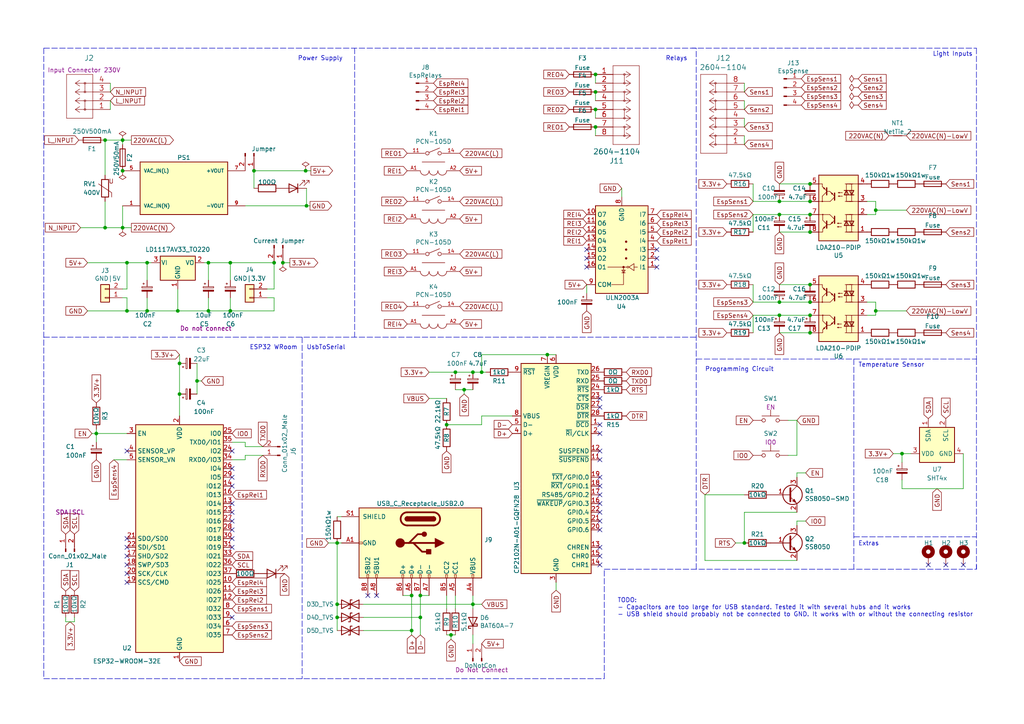
<source format=kicad_sch>
(kicad_sch (version 20211123) (generator eeschema)
  (paper "A4")
  (title_block (title "Home Assistant module for lights control") (date "2022-06-04") (rev "V19"))
  (junction (at 27.94 125.73))
  (junction (at 57.15 110.49))
  (junction (at 97.79 157.48))
  (junction (at 261.62 131.572))
  (junction (at 226.06 62.23))
  (junction (at 172.72 21.59))
  (junction (at 97.79 175.26))
  (junction (at 88.9 59.69))
  (junction (at 234.95 87.63))
  (junction (at 66.802 76.2))
  (junction (at 254 90.17))
  (junction (at 254 60.96))
  (junction (at 60.452 90.17))
  (junction (at 234.95 62.23))
  (junction (at 134.62 113.03))
  (junction (at 51.562 90.17))
  (junction (at 139.7 107.95))
  (junction (at 137.16 175.26))
  (junction (at 66.802 90.17))
  (junction (at 36.83 76.2))
  (junction (at 52.07 114.3))
  (junction (at 30.48 66.04))
  (junction (at 82.042 76.2))
  (junction (at 60.452 76.2))
  (junction (at 234.95 96.52))
  (junction (at 121.92 179.07))
  (junction (at 36.83 90.17))
  (junction (at 121.92 172.72))
  (junction (at 172.72 36.83))
  (junction (at 234.95 91.44))
  (junction (at 88.646 49.53))
  (junction (at 226.06 58.42))
  (junction (at 158.75 102.87))
  (junction (at 52.07 105.41))
  (junction (at 132.08 107.95))
  (junction (at 97.79 179.07))
  (junction (at 35.56 66.04))
  (junction (at 234.95 58.42))
  (junction (at 234.95 82.55))
  (junction (at 130.81 184.15))
  (junction (at 35.56 40.64))
  (junction (at 234.95 53.34))
  (junction (at 234.95 67.31))
  (junction (at 226.06 91.44))
  (junction (at 129.54 123.19))
  (junction (at 119.38 182.88))
  (junction (at 172.72 31.75))
  (junction (at 42.672 76.2))
  (junction (at 79.502 76.2))
  (junction (at 137.16 107.95))
  (junction (at 73.66 49.53))
  (junction (at 42.672 90.17))
  (junction (at 30.48 40.64))
  (junction (at 226.06 87.63))
  (junction (at 35.56 49.53))
  (junction (at 119.38 172.72))
  (junction (at 172.72 26.67))
  (junction (at 215.9 157.48))
  (no_connect (at 36.83 156.21))
  (no_connect (at 67.31 151.13))
  (no_connect (at 173.99 118.11))
  (no_connect (at 36.83 163.83))
  (no_connect (at 173.99 115.57))
  (no_connect (at 173.99 163.83))
  (no_connect (at 67.31 146.05))
  (no_connect (at 170.18 74.93))
  (no_connect (at 173.99 148.59))
  (no_connect (at 173.99 161.29))
  (no_connect (at 173.99 138.43))
  (no_connect (at 170.18 72.39))
  (no_connect (at 67.31 135.89))
  (no_connect (at 173.99 151.13))
  (no_connect (at 36.83 158.75))
  (no_connect (at 67.31 140.97))
  (no_connect (at 173.99 153.67))
  (no_connect (at 279.4 163.83))
  (no_connect (at 67.31 148.59))
  (no_connect (at 274.32 163.83))
  (no_connect (at 173.99 123.19))
  (no_connect (at 173.99 146.05))
  (no_connect (at 170.18 77.47))
  (no_connect (at 36.83 166.37))
  (no_connect (at 173.99 143.51))
  (no_connect (at 36.83 168.91))
  (no_connect (at 67.31 179.07))
  (no_connect (at 36.83 161.29))
  (no_connect (at 173.99 125.73))
  (no_connect (at 67.31 153.67))
  (no_connect (at 173.99 158.75))
  (no_connect (at 173.99 140.97))
  (no_connect (at 190.5 77.47))
  (no_connect (at 67.31 138.43))
  (no_connect (at 190.5 72.39))
  (no_connect (at 36.83 130.81))
  (no_connect (at 173.99 133.35))
  (no_connect (at 269.24 163.83))
  (no_connect (at 67.31 156.21))
  (no_connect (at 67.31 130.81))
  (no_connect (at 106.68 172.72))
  (no_connect (at 109.22 172.72))
  (no_connect (at 173.99 130.81))
  (no_connect (at 67.31 158.75))
  (no_connect (at 190.5 74.93))
  (wire (pts (xy 231.14 121.92) (xy 231.14 132.08)))
  (wire (pts (xy 139.7 107.95) (xy 140.97 107.95)))
  (wire (pts (xy 57.15 110.49) (xy 57.15 114.3)))
  (wire (pts (xy 105.41 179.07) (xy 121.92 179.07)))
  (wire (pts (xy 76.2 132.08) (xy 71.12 132.08)))
  (wire (pts (xy 233.68 151.13) (xy 231.14 151.13)))
  (wire (pts (xy 66.802 86.36) (xy 66.802 90.17)))
  (wire (pts (xy 215.9 39.37) (xy 215.9 41.91)))
  (wire (pts (xy 254 90.17) (xy 254 91.44)))
  (wire (pts (xy 30.48 40.64) (xy 35.56 40.64)))
  (wire (pts (xy 228.6 132.08) (xy 231.14 132.08)))
  (wire (pts (xy 66.802 76.2) (xy 79.502 76.2)))
  (wire (pts (xy 32.004 31.75) (xy 32.004 29.21)))
  (wire (pts (xy 58.42 110.49) (xy 57.15 110.49)))
  (wire (pts (xy 259.08 131.572) (xy 261.62 131.572)))
  (wire (pts (xy 27.94 125.73) (xy 27.94 128.27)))
  (polyline (pts (xy 283.21 13.97) (xy 283.21 104.14)))
  (wire (pts (xy 30.48 50.8) (xy 30.48 40.64)))
  (wire (pts (xy 161.29 168.91) (xy 161.29 171.196)))
  (wire (pts (xy 116.84 172.72) (xy 119.38 172.72)))
  (wire (pts (xy 60.452 76.2) (xy 66.802 76.2)))
  (wire (pts (xy 218.44 82.55) (xy 218.44 87.63)))
  (wire (pts (xy 88.646 49.53) (xy 90.17 49.53)))
  (wire (pts (xy 105.41 175.26) (xy 137.16 175.26)))
  (wire (pts (xy 67.31 128.27) (xy 71.12 128.27)))
  (wire (pts (xy 130.81 184.15) (xy 132.08 184.15)))
  (wire (pts (xy 254 60.96) (xy 262.89 60.96)))
  (polyline (pts (xy 247.65 104.14) (xy 247.65 165.1)))
  (polyline (pts (xy 87.63 97.79) (xy 87.63 196.85)))
  (polyline (pts (xy 283.21 165.1) (xy 283.21 163.83)))
  (wire (pts (xy 95.25 157.48) (xy 97.79 157.48)))
  (wire (pts (xy 30.48 58.42) (xy 30.48 66.04)))
  (wire (pts (xy 121.92 172.72) (xy 124.46 172.72)))
  (wire (pts (xy 97.79 149.86) (xy 99.06 149.86)))
  (wire (pts (xy 119.38 172.72) (xy 119.38 182.88)))
  (wire (pts (xy 254 58.42) (xy 254 60.96)))
  (wire (pts (xy 218.44 91.44) (xy 218.44 96.52)))
  (polyline (pts (xy 201.93 165.1) (xy 201.93 13.97)))
  (wire (pts (xy 234.95 96.52) (xy 226.06 96.52)))
  (wire (pts (xy 226.06 87.63) (xy 218.44 87.63)))
  (wire (pts (xy 233.68 137.16) (xy 231.14 137.16)))
  (wire (pts (xy 27.94 125.73) (xy 36.83 125.73)))
  (polyline (pts (xy 201.93 104.14) (xy 283.21 104.14)))
  (polyline (pts (xy 247.65 155.702) (xy 283.21 155.702)))
  (wire (pts (xy 130.81 184.15) (xy 130.81 185.42)))
  (wire (pts (xy 26.67 125.73) (xy 27.94 125.73)))
  (wire (pts (xy 36.83 76.2) (xy 42.672 76.2)))
  (wire (pts (xy 261.62 139.192) (xy 261.62 141.732)))
  (wire (pts (xy 129.54 123.19) (xy 139.7 123.19)))
  (wire (pts (xy 139.7 102.87) (xy 139.7 107.95)))
  (wire (pts (xy 124.46 107.95) (xy 132.08 107.95)))
  (wire (pts (xy 279.4 141.732) (xy 279.4 131.572)))
  (wire (pts (xy 124.46 115.57) (xy 129.54 115.57)))
  (wire (pts (xy 121.92 179.07) (xy 121.92 184.15)))
  (wire (pts (xy 226.06 87.63) (xy 234.95 87.63)))
  (polyline (pts (xy 201.93 13.97) (xy 200.66 13.97)))
  (wire (pts (xy 139.7 120.65) (xy 148.59 120.65)))
  (wire (pts (xy 234.95 82.55) (xy 226.06 82.55)))
  (wire (pts (xy 57.15 105.41) (xy 57.15 110.49)))
  (wire (pts (xy 226.06 58.42) (xy 234.95 58.42)))
  (wire (pts (xy 234.95 67.31) (xy 226.06 67.31)))
  (wire (pts (xy 35.56 40.64) (xy 35.56 41.91)))
  (wire (pts (xy 129.54 184.15) (xy 130.81 184.15)))
  (wire (pts (xy 71.12 59.69) (xy 88.9 59.69)))
  (wire (pts (xy 88.9 59.69) (xy 89.916 59.69)))
  (wire (pts (xy 254 62.23) (xy 251.46 62.23)))
  (wire (pts (xy 215.9 24.13) (xy 215.9 26.67)))
  (wire (pts (xy 137.16 107.95) (xy 139.7 107.95)))
  (wire (pts (xy 261.62 141.732) (xy 279.4 141.732)))
  (wire (pts (xy 105.41 182.88) (xy 119.38 182.88)))
  (wire (pts (xy 42.672 76.2) (xy 43.942 76.2)))
  (wire (pts (xy 79.502 86.36) (xy 79.502 90.17)))
  (wire (pts (xy 97.79 157.48) (xy 97.79 175.26)))
  (wire (pts (xy 121.92 172.72) (xy 121.92 179.07)))
  (wire (pts (xy 204.47 143.51) (xy 215.9 143.51)))
  (wire (pts (xy 73.66 49.53) (xy 88.646 49.53)))
  (wire (pts (xy 231.14 137.16) (xy 231.14 138.43)))
  (wire (pts (xy 134.62 114.3) (xy 134.62 113.03)))
  (wire (pts (xy 218.44 62.23) (xy 226.06 62.23)))
  (wire (pts (xy 97.79 179.07) (xy 97.79 175.26)))
  (wire (pts (xy 231.14 151.13) (xy 231.14 152.4)))
  (wire (pts (xy 172.72 34.29) (xy 172.72 31.75)))
  (wire (pts (xy 172.72 24.13) (xy 172.72 21.59)))
  (wire (pts (xy 254 87.63) (xy 254 90.17)))
  (wire (pts (xy 42.672 86.36) (xy 42.672 90.17)))
  (wire (pts (xy 51.562 90.17) (xy 60.452 90.17)))
  (wire (pts (xy 137.16 175.26) (xy 137.16 172.72)))
  (wire (pts (xy 226.06 62.23) (xy 234.95 62.23)))
  (wire (pts (xy 71.12 129.54) (xy 76.2 129.54)))
  (wire (pts (xy 60.452 86.36) (xy 60.452 90.17)))
  (wire (pts (xy 79.502 83.82) (xy 79.502 76.2)))
  (polyline (pts (xy 12.7 196.85) (xy 175.26 196.85)))
  (wire (pts (xy 231.14 148.59) (xy 215.9 148.59)))
  (wire (pts (xy 254 91.44) (xy 251.46 91.44)))
  (wire (pts (xy 215.9 148.59) (xy 215.9 157.48)))
  (wire (pts (xy 35.56 83.82) (xy 36.83 83.82)))
  (wire (pts (xy 254 60.96) (xy 254 62.23)))
  (polyline (pts (xy 12.7 97.79) (xy 201.93 97.79)))
  (wire (pts (xy 71.12 132.08) (xy 71.12 133.35)))
  (wire (pts (xy 32.004 24.13) (xy 32.004 26.67)))
  (wire (pts (xy 137.16 176.53) (xy 137.16 175.26)))
  (wire (pts (xy 218.44 91.44) (xy 226.06 91.44)))
  (wire (pts (xy 42.672 76.2) (xy 42.672 81.28)))
  (wire (pts (xy 132.08 172.72) (xy 132.08 176.53)))
  (wire (pts (xy 262.89 90.17) (xy 254 90.17)))
  (wire (pts (xy 52.07 105.41) (xy 52.07 114.3)))
  (wire (pts (xy 25.4 76.2) (xy 36.83 76.2)))
  (wire (pts (xy 170.18 82.55) (xy 170.18 85.09)))
  (wire (pts (xy 215.9 29.21) (xy 215.9 31.75)))
  (wire (pts (xy 33.02 133.35) (xy 36.83 133.35)))
  (wire (pts (xy 25.4 90.17) (xy 36.83 90.17)))
  (wire (pts (xy 42.672 90.17) (xy 51.562 90.17)))
  (wire (pts (xy 226.06 58.42) (xy 218.44 58.42)))
  (wire (pts (xy 97.79 182.88) (xy 97.79 179.07)))
  (wire (pts (xy 77.47 86.36) (xy 79.502 86.36)))
  (wire (pts (xy 52.07 114.3) (xy 52.07 120.65)))
  (wire (pts (xy 158.75 102.87) (xy 139.7 102.87)))
  (polyline (pts (xy 12.7 13.97) (xy 12.7 196.85)))
  (wire (pts (xy 134.62 113.03) (xy 132.08 113.03)))
  (polyline (pts (xy 102.87 13.97) (xy 102.87 97.79)))
  (wire (pts (xy 228.6 121.92) (xy 231.14 121.92)))
  (wire (pts (xy 71.12 133.35) (xy 67.31 133.35)))
  (wire (pts (xy 158.75 102.87) (xy 161.29 102.87)))
  (wire (pts (xy 82.042 76.2) (xy 84.074 76.2)))
  (wire (pts (xy 36.83 86.36) (xy 36.83 90.17)))
  (polyline (pts (xy 175.26 196.85) (xy 175.26 165.1)))
  (wire (pts (xy 35.56 40.64) (xy 38.1 40.64)))
  (wire (pts (xy 19.05 180.34) (xy 21.59 180.34)))
  (wire (pts (xy 137.16 175.26) (xy 139.7 175.26)))
  (wire (pts (xy 60.452 90.17) (xy 66.802 90.17)))
  (wire (pts (xy 19.05 179.07) (xy 19.05 180.34)))
  (wire (pts (xy 204.47 162.56) (xy 231.14 162.56)))
  (wire (pts (xy 60.452 76.2) (xy 60.452 81.28)))
  (polyline (pts (xy 283.21 104.14) (xy 283.21 165.1)))
  (wire (pts (xy 23.368 66.04) (xy 30.48 66.04)))
  (wire (pts (xy 35.56 66.04) (xy 38.1 66.04)))
  (wire (pts (xy 71.12 128.27) (xy 71.12 129.54)))
  (wire (pts (xy 218.44 53.34) (xy 218.44 58.42)))
  (wire (pts (xy 27.94 124.46) (xy 27.94 125.73)))
  (wire (pts (xy 51.562 83.82) (xy 51.562 90.17)))
  (wire (pts (xy 172.72 39.37) (xy 172.72 36.83)))
  (wire (pts (xy 261.62 131.572) (xy 261.62 134.112)))
  (wire (pts (xy 180.34 54.61) (xy 180.34 57.15)))
  (wire (pts (xy 132.08 107.95) (xy 137.16 107.95)))
  (wire (pts (xy 204.47 143.51) (xy 204.47 162.56)))
  (wire (pts (xy 137.16 184.15) (xy 137.16 186.69)))
  (wire (pts (xy 35.56 66.04) (xy 35.56 59.69)))
  (wire (pts (xy 52.07 102.87) (xy 52.07 105.41)))
  (wire (pts (xy 251.46 58.42) (xy 254 58.42)))
  (wire (pts (xy 66.802 76.2) (xy 66.802 81.28)))
  (wire (pts (xy 21.59 180.34) (xy 21.59 179.07)))
  (wire (pts (xy 77.47 83.82) (xy 79.502 83.82)))
  (wire (pts (xy 88.9 54.61) (xy 88.9 59.69)))
  (wire (pts (xy 119.38 182.88) (xy 119.38 184.15)))
  (wire (pts (xy 213.36 157.48) (xy 215.9 157.48)))
  (wire (pts (xy 215.9 34.29) (xy 215.9 36.83)))
  (wire (pts (xy 36.83 76.2) (xy 36.83 83.82)))
  (wire (pts (xy 36.83 90.17) (xy 42.672 90.17)))
  (wire (pts (xy 226.06 91.44) (xy 234.95 91.44)))
  (wire (pts (xy 66.802 90.17) (xy 79.502 90.17)))
  (wire (pts (xy 35.56 86.36) (xy 36.83 86.36)))
  (polyline (pts (xy 12.7 13.97) (xy 283.21 13.97)))
  (wire (pts (xy 30.48 66.04) (xy 35.56 66.04)))
  (wire (pts (xy 172.72 29.21) (xy 172.72 26.67)))
  (wire (pts (xy 251.46 87.63) (xy 254 87.63)))
  (wire (pts (xy 97.79 157.48) (xy 99.06 157.48)))
  (wire (pts (xy 139.7 123.19) (xy 139.7 120.65)))
  (wire (pts (xy 73.66 49.53) (xy 73.66 54.61)))
  (wire (pts (xy 234.95 53.34) (xy 226.06 53.34)))
  (wire (pts (xy 218.44 62.23) (xy 218.44 67.31)))
  (wire (pts (xy 137.16 113.03) (xy 134.62 113.03)))
  (wire (pts (xy 60.452 76.2) (xy 59.182 76.2)))
  (wire (pts (xy 261.62 131.572) (xy 264.16 131.572)))
  (wire (pts (xy 129.54 172.72) (xy 129.54 176.53)))
  (polyline (pts (xy 175.26 165.1) (xy 283.21 165.1)))
  (text "Programming Circuit" (at 204.47 107.95 0) (effects (font (size 1.27 1.27)) (justify left bottom)))
  (text "UsbToSerial" (at 88.9 101.6 0) (effects (font (size 1.27 1.27)) (justify left bottom)))
  (text "Relays" (at 193.04 17.78 0) (effects (font (size 1.27 1.27)) (justify left bottom)))
  (text "Temperature Sensor" (at 248.92 106.68 0) (effects (font (size 1.27 1.27)) (justify left bottom)))
  (text "Power Supply" (at 86.36 17.78 0) (effects (font (size 1.27 1.27)) (justify left bottom)))
  (text "Extras" (at 248.92 158.496 0) (effects (font (size 1.27 1.27)) (justify left bottom)))
  (text "ESP32 WRoom" (at 72.39 101.6 0) (effects (font (size 1.27 1.27)) (justify left bottom)))
  (text "TODO:\n- Capacitors are too large for USB standard. Tested it with several hubs and it works\n- USB shield should probably not be connected to GND. It works with or without the connecting resistor" (at 179.07 179.07 0) (effects (font (size 1.27 1.27)) (justify left bottom)))
  (text "Light Inputs" (at 270.51 16.51 0) (effects (font (size 1.27 1.27)) (justify left bottom)))
  (global_label "3.3V+" (shape input) (at 27.94 116.84 90) (property "Intersheet References" "${INTERSHEET_REFS}" (effects hide)))
  (global_label "EspRel2" (shape input) (at 125.73 29.21 0) (property "Intersheet References" "${INTERSHEET_REFS}" (effects hide)))
  (global_label "REI1" (shape input) (at 170.18 69.85 180) (property "Intersheet References" "${INTERSHEET_REFS}" (effects hide)))
  (global_label "220VAC(L)" (shape output) (at 38.1 40.64 0) (property "Intersheet References" "${INTERSHEET_REFS}" (effects hide)))
  (global_label "EN" (shape input) (at 26.67 125.73 180) (property "Intersheet References" "${INTERSHEET_REFS}" (effects hide)))
  (global_label "5V+" (shape input) (at 133.35 63.5 0) (property "Intersheet References" "${INTERSHEET_REFS}" (effects hide)))
  (global_label "EN" (shape input) (at 233.68 137.16 0) (property "Intersheet References" "${INTERSHEET_REFS}" (effects hide)))
  (global_label "220VAC(L)" (shape input) (at 133.35 88.9 0) (property "Intersheet References" "${INTERSHEET_REFS}" (effects hide)))
  (global_label "Sens4" (shape input) (at 248.92 30.48 0) (property "Intersheet References" "${INTERSHEET_REFS}" (effects hide)))
  (global_label "EspSens3" (shape input) (at 218.44 87.63 180) (property "Intersheet References" "${INTERSHEET_REFS}" (effects hide)))
  (global_label "5V+" (shape input) (at 133.35 93.98 0) (property "Intersheet References" "${INTERSHEET_REFS}" (effects hide)))
  (global_label "3.3V+" (shape input) (at 210.82 82.55 180) (property "Intersheet References" "${INTERSHEET_REFS}" (effects hide)))
  (global_label "REO1" (shape input) (at 165.1 36.83 180) (property "Intersheet References" "${INTERSHEET_REFS}" (effects hide)))
  (global_label "SDA" (shape input) (at 19.05 154.94 90) (property "Intersheet References" "${INTERSHEET_REFS}" (effects hide)))
  (global_label "RXD0" (shape input) (at 76.2 132.08 270) (property "Intersheet References" "${INTERSHEET_REFS}" (effects hide)))
  (global_label "GND" (shape input) (at 226.06 96.52 270) (property "Intersheet References" "${INTERSHEET_REFS}" (effects hide)))
  (global_label "GND" (shape input) (at 27.94 133.35 270) (property "Intersheet References" "${INTERSHEET_REFS}" (effects hide)))
  (global_label "REO4" (shape input) (at 118.11 88.9 180) (property "Intersheet References" "${INTERSHEET_REFS}" (effects hide)))
  (global_label "GND" (shape input) (at 271.78 141.732 270) (property "Intersheet References" "${INTERSHEET_REFS}" (effects hide)))
  (global_label "220VAC(N)-LowV" (shape input) (at 262.89 90.17 0) (property "Intersheet References" "${INTERSHEET_REFS}" (effects hide)))
  (global_label "RXD0" (shape input) (at 181.61 107.95 0) (property "Intersheet References" "${INTERSHEET_REFS}" (effects hide)))
  (global_label "REI2" (shape input) (at 170.18 67.31 180) (property "Intersheet References" "${INTERSHEET_REFS}" (effects hide)))
  (global_label "220VAC(N)-LowV" (shape input) (at 262.89 39.37 0) (property "Intersheet References" "${INTERSHEET_REFS}" (effects hide)))
  (global_label "VBUS" (shape input) (at 124.46 115.57 180) (property "Intersheet References" "${INTERSHEET_REFS}" (effects hide)))
  (global_label "EspRel1" (shape input) (at 190.5 69.85 0) (property "Intersheet References" "${INTERSHEET_REFS}" (effects hide)))
  (global_label "REO2" (shape input) (at 118.11 58.42 180) (property "Intersheet References" "${INTERSHEET_REFS}" (effects hide)))
  (global_label "SDA" (shape input) (at 269.24 121.412 90) (property "Intersheet References" "${INTERSHEET_REFS}" (effects hide)))
  (global_label "SDA" (shape input) (at 19.05 171.45 90) (property "Intersheet References" "${INTERSHEET_REFS}" (effects hide)))
  (global_label "VBUS" (shape input) (at 139.7 175.26 0) (property "Intersheet References" "${INTERSHEET_REFS}" (effects hide)))
  (global_label "3.3V+" (shape input) (at 124.46 107.95 180) (property "Intersheet References" "${INTERSHEET_REFS}" (effects hide)))
  (global_label "SDA" (shape input) (at 67.31 161.29 0) (property "Intersheet References" "${INTERSHEET_REFS}" (effects hide)))
  (global_label "EspSens3" (shape input) (at 232.41 27.94 0) (property "Intersheet References" "${INTERSHEET_REFS}" (effects hide)))
  (global_label "D+" (shape input) (at 119.38 184.15 270) (property "Intersheet References" "${INTERSHEET_REFS}" (effects hide)))
  (global_label "REO1" (shape input) (at 118.11 44.45 180) (property "Intersheet References" "${INTERSHEET_REFS}" (effects hide)))
  (global_label "220VAC(N)" (shape input) (at 257.81 39.37 180) (property "Intersheet References" "${INTERSHEET_REFS}" (effects hide)))
  (global_label "EspSens1" (shape input) (at 232.41 22.86 0) (property "Intersheet References" "${INTERSHEET_REFS}" (effects hide)))
  (global_label "GND" (shape input) (at 231.14 121.92 0) (property "Intersheet References" "${INTERSHEET_REFS}" (effects hide)))
  (global_label "IO0" (shape input) (at 67.31 125.73 0) (property "Intersheet References" "${INTERSHEET_REFS}" (effects hide)))
  (global_label "Sens3" (shape input) (at 215.9 36.83 0) (property "Intersheet References" "${INTERSHEET_REFS}" (effects hide)))
  (global_label "IO0" (shape input) (at 233.68 151.13 0) (property "Intersheet References" "${INTERSHEET_REFS}" (effects hide)))
  (global_label "3.3V+" (shape input) (at 259.08 131.572 180) (property "Intersheet References" "${INTERSHEET_REFS}" (effects hide)))
  (global_label "GND" (shape input) (at 82.55 166.37 270) (property "Intersheet References" "${INTERSHEET_REFS}" (effects hide)))
  (global_label "Sens1" (shape input) (at 215.9 26.67 0) (property "Intersheet References" "${INTERSHEET_REFS}" (effects hide)))
  (global_label "EspSens2" (shape input) (at 218.44 62.23 180) (property "Intersheet References" "${INTERSHEET_REFS}" (effects hide)))
  (global_label "5V+" (shape input) (at 25.4 76.2 180) (property "Intersheet References" "${INTERSHEET_REFS}" (effects hide)))
  (global_label "220VAC(L)" (shape input) (at 133.35 44.45 0) (property "Intersheet References" "${INTERSHEET_REFS}" (effects hide)))
  (global_label "D+" (shape input) (at 148.59 125.73 180) (property "Intersheet References" "${INTERSHEET_REFS}" (effects hide)))
  (global_label "GND" (shape input) (at 130.81 185.42 270) (property "Intersheet References" "${INTERSHEET_REFS}" (effects hide)))
  (global_label "GND" (shape output) (at 89.916 59.69 0) (property "Intersheet References" "${INTERSHEET_REFS}" (effects hide)))
  (global_label "REI3" (shape input) (at 118.11 78.74 180) (property "Intersheet References" "${INTERSHEET_REFS}" (effects hide)))
  (global_label "TXD0" (shape input) (at 181.61 110.49 0) (property "Intersheet References" "${INTERSHEET_REFS}" (effects hide)))
  (global_label "GND" (shape input) (at 25.4 90.17 180) (property "Intersheet References" "${INTERSHEET_REFS}" (effects hide)))
  (global_label "L_INPUT" (shape input) (at 22.86 40.64 180) (property "Intersheet References" "${INTERSHEET_REFS}" (effects hide)))
  (global_label "GND" (shape input) (at 134.62 114.3 270) (property "Intersheet References" "${INTERSHEET_REFS}" (effects hide)))
  (global_label "5V+" (shape input) (at 170.18 82.55 180) (property "Intersheet References" "${INTERSHEET_REFS}" (effects hide)))
  (global_label "5V+" (shape input) (at 139.7 186.69 0) (property "Intersheet References" "${INTERSHEET_REFS}" (effects hide)))
  (global_label "EspRel4" (shape input) (at 190.5 62.23 0) (property "Intersheet References" "${INTERSHEET_REFS}" (effects hide)))
  (global_label "5V+" (shape input) (at 133.35 78.74 0) (property "Intersheet References" "${INTERSHEET_REFS}" (effects hide)))
  (global_label "3.3V+" (shape input) (at 210.82 53.34 180) (property "Intersheet References" "${INTERSHEET_REFS}" (effects hide)))
  (global_label "EspRel3" (shape input) (at 125.73 26.67 0) (property "Intersheet References" "${INTERSHEET_REFS}" (effects hide)))
  (global_label "EspRel4" (shape input) (at 67.31 168.91 0) (property "Intersheet References" "${INTERSHEET_REFS}" (effects hide)))
  (global_label "SCL" (shape input) (at 21.59 154.94 90) (property "Intersheet References" "${INTERSHEET_REFS}" (effects hide)))
  (global_label "GND" (shape input) (at 226.06 67.31 270) (property "Intersheet References" "${INTERSHEET_REFS}" (effects hide)))
  (global_label "Sens3" (shape input) (at 274.32 82.55 0) (property "Intersheet References" "${INTERSHEET_REFS}" (effects hide)))
  (global_label "5V+" (shape output) (at 90.17 49.53 0) (property "Intersheet References" "${INTERSHEET_REFS}" (effects hide)))
  (global_label "GND" (shape input) (at 58.42 110.49 0) (property "Intersheet References" "${INTERSHEET_REFS}" (effects hide)))
  (global_label "L_INPUT" (shape input) (at 32.004 29.21 0) (property "Intersheet References" "${INTERSHEET_REFS}" (effects hide)))
  (global_label "REO2" (shape input) (at 165.1 31.75 180) (property "Intersheet References" "${INTERSHEET_REFS}" (effects hide)))
  (global_label "EspRel2" (shape input) (at 190.5 67.31 0) (property "Intersheet References" "${INTERSHEET_REFS}" (effects hide)))
  (global_label "IO0" (shape input) (at 218.44 132.08 180) (property "Intersheet References" "${INTERSHEET_REFS}" (effects hide)))
  (global_label "GND" (shape input) (at 180.34 54.61 180) (property "Intersheet References" "${INTERSHEET_REFS}" (effects hide)))
  (global_label "EspRel1" (shape input) (at 67.31 143.51 0) (property "Intersheet References" "${INTERSHEET_REFS}" (effects hide)))
  (global_label "EspSens1" (shape input) (at 218.44 58.42 180) (property "Intersheet References" "${INTERSHEET_REFS}" (effects hide)))
  (global_label "3.3V+" (shape output) (at 84.074 76.2 0) (property "Intersheet References" "${INTERSHEET_REFS}" (effects hide)))
  (global_label "REI3" (shape input) (at 170.18 64.77 180) (property "Intersheet References" "${INTERSHEET_REFS}" (effects hide)))
  (global_label "EspSens2" (shape input) (at 232.41 25.4 0) (property "Intersheet References" "${INTERSHEET_REFS}" (effects hide)))
  (global_label "SCL" (shape input) (at 21.59 171.45 90) (property "Intersheet References" "${INTERSHEET_REFS}" (effects hide)))
  (global_label "Sens4" (shape input) (at 215.9 41.91 0) (property "Intersheet References" "${INTERSHEET_REFS}" (effects hide)))
  (global_label "3.3V+" (shape input) (at 20.32 180.34 270) (property "Intersheet References" "${INTERSHEET_REFS}" (effects hide)))
  (global_label "3.3V+" (shape input) (at 52.07 102.87 180) (property "Intersheet References" "${INTERSHEET_REFS}" (effects hide)))
  (global_label "3.3V+" (shape input) (at 210.82 96.52 180) (property "Intersheet References" "${INTERSHEET_REFS}" (effects hide)))
  (global_label "220VAC(L)" (shape input) (at 133.35 73.66 0) (property "Intersheet References" "${INTERSHEET_REFS}" (effects hide)))
  (global_label "DTR" (shape input) (at 204.47 143.51 90) (property "Intersheet References" "${INTERSHEET_REFS}" (effects hide)))
  (global_label "EspRel3" (shape input) (at 190.5 64.77 0) (property "Intersheet References" "${INTERSHEET_REFS}" (effects hide)))
  (global_label "Sens1" (shape input) (at 274.32 53.34 0) (property "Intersheet References" "${INTERSHEET_REFS}" (effects hide)))
  (global_label "EN" (shape input) (at 218.44 121.92 180) (property "Intersheet References" "${INTERSHEET_REFS}" (effects hide)))
  (global_label "5V+" (shape input) (at 133.35 49.53 0) (property "Intersheet References" "${INTERSHEET_REFS}" (effects hide)))
  (global_label "REO4" (shape input) (at 165.1 21.59 180) (property "Intersheet References" "${INTERSHEET_REFS}" (effects hide)))
  (global_label "D-" (shape input) (at 148.59 123.19 180) (property "Intersheet References" "${INTERSHEET_REFS}" (effects hide)))
  (global_label "EspSens3" (shape input) (at 67.31 181.61 0) (property "Intersheet References" "${INTERSHEET_REFS}" (effects hide)))
  (global_label "REO3" (shape input) (at 165.1 26.67 180) (property "Intersheet References" "${INTERSHEET_REFS}" (effects hide)))
  (global_label "3.3V+" (shape input) (at 210.82 67.31 180) (property "Intersheet References" "${INTERSHEET_REFS}" (effects hide)))
  (global_label "GND" (shape input) (at 226.06 53.34 90) (property "Intersheet References" "${INTERSHEET_REFS}" (effects hide)))
  (global_label "REI1" (shape input) (at 118.11 49.53 180) (property "Intersheet References" "${INTERSHEET_REFS}" (effects hide)))
  (global_label "GND" (shape input) (at 226.06 82.55 90) (property "Intersheet References" "${INTERSHEET_REFS}" (effects hide)))
  (global_label "TXD0" (shape input) (at 76.2 129.54 90) (property "Intersheet References" "${INTERSHEET_REFS}" (effects hide)))
  (global_label "220VAC(N)" (shape output) (at 38.1 66.04 0) (property "Intersheet References" "${INTERSHEET_REFS}" (effects hide)))
  (global_label "RTS" (shape input) (at 181.61 113.03 0) (property "Intersheet References" "${INTERSHEET_REFS}" (effects hide)))
  (global_label "Sens2" (shape input) (at 215.9 31.75 0) (property "Intersheet References" "${INTERSHEET_REFS}" (effects hide)))
  (global_label "EspSens4" (shape input) (at 232.41 30.48 0) (property "Intersheet References" "${INTERSHEET_REFS}" (effects hide)))
  (global_label "Sens2" (shape input) (at 248.92 25.4 0) (property "Intersheet References" "${INTERSHEET_REFS}" (effects hide)))
  (global_label "D-" (shape input) (at 121.92 184.15 270) (property "Intersheet References" "${INTERSHEET_REFS}" (effects hide)))
  (global_label "Sens4" (shape input) (at 274.32 96.52 0) (property "Intersheet References" "${INTERSHEET_REFS}" (effects hide)))
  (global_label "N_INPUT" (shape input) (at 32.004 26.67 0) (property "Intersheet References" "${INTERSHEET_REFS}" (effects hide)))
  (global_label "GND" (shape input) (at 95.25 157.48 180) (property "Intersheet References" "${INTERSHEET_REFS}" (effects hide)))
  (global_label "REI2" (shape input) (at 118.11 63.5 180) (property "Intersheet References" "${INTERSHEET_REFS}" (effects hide)))
  (global_label "SCL" (shape input) (at 67.31 163.83 0) (property "Intersheet References" "${INTERSHEET_REFS}" (effects hide)))
  (global_label "REI4" (shape input) (at 170.18 62.23 180) (property "Intersheet References" "${INTERSHEET_REFS}" (effects hide)))
  (global_label "EspRel1" (shape input) (at 125.73 31.75 0) (property "Intersheet References" "${INTERSHEET_REFS}" (effects hide)))
  (global_label "GND" (shape input) (at 129.54 130.81 270) (property "Intersheet References" "${INTERSHEET_REFS}" (effects hide)))
  (global_label "GND" (shape input) (at 52.07 191.77 0) (property "Intersheet References" "${INTERSHEET_REFS}" (effects hide)))
  (global_label "EspRel2" (shape input) (at 67.31 173.99 0) (property "Intersheet References" "${INTERSHEET_REFS}" (effects hide)))
  (global_label "Sens3" (shape input) (at 248.92 27.94 0) (property "Intersheet References" "${INTERSHEET_REFS}" (effects hide)))
  (global_label "DTR" (shape input) (at 181.61 120.65 0) (property "Intersheet References" "${INTERSHEET_REFS}" (effects hide)))
  (global_label "GND" (shape input) (at 161.29 171.196 270) (property "Intersheet References" "${INTERSHEET_REFS}" (effects hide)))
  (global_label "220VAC(N)-LowV" (shape input) (at 262.89 60.96 0) (property "Intersheet References" "${INTERSHEET_REFS}" (effects hide)))
  (global_label "220VAC(L)" (shape input) (at 133.35 58.42 0) (property "Intersheet References" "${INTERSHEET_REFS}" (effects hide)))
  (global_label "EspSens4" (shape input) (at 33.02 133.35 270) (property "Intersheet References" "${INTERSHEET_REFS}" (effects hide)))
  (global_label "EspSens2" (shape input) (at 67.31 184.15 0) (property "Intersheet References" "${INTERSHEET_REFS}" (effects hide)))
  (global_label "N_INPUT" (shape input) (at 23.368 66.04 180) (property "Intersheet References" "${INTERSHEET_REFS}" (effects hide)))
  (global_label "EspRel3" (shape input) (at 67.31 171.45 0) (property "Intersheet References" "${INTERSHEET_REFS}" (effects hide)))
  (global_label "REI4" (shape input) (at 118.11 93.98 180) (property "Intersheet References" "${INTERSHEET_REFS}" (effects hide)))
  (global_label "GND" (shape input) (at 170.18 90.17 270) (property "Intersheet References" "${INTERSHEET_REFS}" (effects hide)))
  (global_label "EspSens1" (shape input) (at 67.31 176.53 0) (property "Intersheet References" "${INTERSHEET_REFS}" (effects hide)))
  (global_label "Sens2" (shape input) (at 274.32 67.31 0) (property "Intersheet References" "${INTERSHEET_REFS}" (effects hide)))
  (global_label "SCL" (shape input) (at 274.32 121.412 90) (property "Intersheet References" "${INTERSHEET_REFS}" (effects hide)))
  (global_label "RTS" (shape input) (at 213.36 157.48 180) (property "Intersheet References" "${INTERSHEET_REFS}" (effects hide)))
  (global_label "EspRel4" (shape input) (at 125.73 24.13 0) (property "Intersheet References" "${INTERSHEET_REFS}" (effects hide)))
  (global_label "REO3" (shape input) (at 118.11 73.66 180) (property "Intersheet References" "${INTERSHEET_REFS}" (effects hide)))
  (global_label "EspSens4" (shape input) (at 218.44 91.44 180) (property "Intersheet References" "${INTERSHEET_REFS}" (effects hide)))
  (global_label "Sens1" (shape input) (at 248.92 22.86 0) (property "Intersheet References" "${INTERSHEET_REFS}" (effects hide)))
  (symbol (lib_id "power:PWR_FLAG") (at 248.92 30.48 90) (unit 1)
    (property "Reference" "#FLG09" (effects hide))
    (property "Value" "PWR_FLAG" (effects hide))
  )
  (symbol (lib_id "Device:R") (at 255.27 67.31 270) (unit 1)
    (property "Reference" "R23" (effects hide))
    (property "Value" "150kΩ1w" (at 255.27 69.85 90))
    (property "Footprint" "Resistor_SMD:R_2512_6332Metric_Pad1.40x3.35mm_HandSolder" (effects hide))
    (property "JLCPCB" "C25719" (effects hide))
  )
  (symbol (lib_id "power:PWR_FLAG") (at 248.92 27.94 90) (unit 1)
    (property "Reference" "#FLG08" (effects hide))
    (property "Value" "PWR_FLAG" (effects hide))
  )
  (symbol (lib_id "power:PWR_FLAG") (at 248.92 25.4 90) (unit 1)
    (property "Reference" "#FLG07" (effects hide))
    (property "Value" "PWR_FLAG" (effects hide))
  )
  (symbol (lib_id "power:PWR_FLAG") (at 248.92 22.86 90) (unit 1)
    (property "Reference" "#FLG06" (effects hide))
    (property "Value" "PWR_FLAG" (effects hide))
  )
  (symbol (lib_id "Transistor_Array:ULN2003A") (at 180.34 72.39 180) (unit 1)
    (property "Reference" "U4" (at 181.61 88.9 0) (effects (justify left)))
    (property "Value" "ULN2003A" (at 185.42 86.36 0) (effects (justify left)))
    (property "Footprint" "Package_SO:SOIC-16_3.9x9.9mm_P1.27mm" (effects hide))
    (property "Datasheet" "http://www.ti.com/lit/ds/symlink/uln2003a.pdf" (effects hide))
    (property "JLCPCB" "C7512" (effects hide))
  )
  (symbol (lib_id "Device:C_Polarized_Small") (at 234.95 55.88 180) (unit 1)
    (property "Reference" "C14" (at 229.87 54.61 0) (effects (justify right)))
    (property "Value" "4.7uF" (at 228.6 57.15 0) (effects (justify right)))
    (property "Footprint" "Capacitor_SMD:C_1206_3216Metric_Pad1.33x1.80mm_HandSolder" (effects hide))
    (property "JLCPCB" "C29823" (effects hide))
  )
  (symbol (lib_id "Device:R") (at 255.27 53.34 270) (unit 1)
    (property "Reference" "R22" (effects hide))
    (property "Value" "150kΩ1w" (at 255.27 50.8 90))
    (property "Footprint" "Resistor_SMD:R_2512_6332Metric_Pad1.40x3.35mm_HandSolder" (effects hide))
    (property "JLCPCB" "C25719" (effects hide))
  )
  (symbol (lib_id "Device:C_Polarized_Small") (at 234.95 64.77 0) (unit 1)
    (property "Reference" "C15" (at 232.41 63.5 0) (effects (justify right)))
    (property "Value" "4.7uF" (at 233.68 66.04 0) (effects (justify right)))
    (property "Footprint" "Capacitor_SMD:C_1206_3216Metric_Pad1.33x1.80mm_HandSolder" (effects hide))
    (property "JLCPCB" "C29823" (effects hide))
    (property "Value" "4.7uF" (effects hide))
  )
  (symbol (lib_id "Device:Fuse") (at 26.67 40.64 90) (unit 1)
    (property "Reference" "F1" (at 26.67 43.18 90))
    (property "Value" "250V500mA" (at 26.67 38.1 90))
    (property "Footprint" "Fuse:Fuseholder_TR5_Littelfuse_No560_No460" (effects hide))
  )
  (symbol (lib_id "Device:Varistor") (at 30.48 54.61 180) (unit 1)
    (property "Reference" "RV1" (at 24.13 53.34 0) (effects (justify right)))
    (property "Value" "400V" (at 24.13 55.88 0) (effects (justify right)))
    (property "Footprint" "Varistor:RV_Disc_D12mm_W4.2mm_P7.5mm" (effects hide))
  )
  (symbol (lib_id "Regulator_Linear:LD1117S33TR_SOT223") (at 51.562 76.2 0) (unit 1)
    (property "Reference" "U1" (effects hide))
    (property "Value" "LD1117AV33_TO220" (at 51.562 72.3646 0))
    (property "Footprint" "Package_TO_SOT_THT:TO-220-3_Vertical" (effects hide))
    (property "Datasheet" "http://www.st.com/st-web-ui/static/active/en/resource/technical/document/datasheet/CD00000544.pdf" (effects hide))
  )
  (symbol (lib_id "Connector_Generic:Conn_01x02") (at 30.48 86.36 180) (unit 1)
    (property "Reference" "J3" (at 30.48 78.486 0))
    (property "Value" "GND|5V" (at 31.242 80.772 0))
    (property "Footprint" "Connector_JST:JST_XH_B2B-XH-A_1x02_P2.50mm_Vertical" (effects hide))
  )
  (symbol (lib_id "RAC05-05SK_277:RAC05-05SK{slash}277") (at 53.34 54.61 0) (unit 1)
    (property "Reference" "PS1" (at 53.34 45.72 0))
    (property "Value" "RAC05-05SK/277" (effects hide))
    (property "Footprint" "rac05-05sk:277" (effects hide))
    (property "STANDARD" "Manufacturer Recommendations" (effects hide))
    (property "MAXIMUM_PACKAGE_HEIGHT" "21.8mm" (effects hide))
    (property "MANUFACTURER" "RECOM" (effects hide))
    (property "PARTREV" "N/A" (effects hide))
  )
  (symbol (lib_id "Device:C_Polarized_Small") (at 60.452 83.82 0) (unit 1)
    (property "Reference" "C5" (at 57.912 93.98 0) (effects (justify left)))
    (property "Value" "10uF" (at 56.642 91.44 0) (effects (justify left)))
    (property "Footprint" "Capacitor_THT:CP_Radial_D6.3mm_P2.50mm" (effects hide))
    (property "Field4" "Do not connect" (at 59.69 95.25 0))
  )
  (symbol (lib_id "Connector:Conn_01x02_Male") (at 73.66 44.45 270) (unit 1)
    (property "Reference" "J5" (effects hide))
    (property "Value" "Jumper" (at 80.01 43.18 90) (effects (justify right)))
    (property "Footprint" "Connector_PinHeader_2.54mm:PinHeader_1x02_P2.54mm_Vertical" (effects hide))
  )
  (symbol (lib_id "Connector_Generic:Conn_01x02") (at 72.39 86.36 180) (unit 1)
    (property "Reference" "J4" (at 72.39 78.232 0))
    (property "Value" "GND|3.3V" (at 72.39 80.772 0))
    (property "Footprint" "Connector_JST:JST_XH_B2B-XH-A_1x02_P2.50mm_Vertical" (effects hide))
  )
  (symbol (lib_id "Connector:Conn_01x02_Male") (at 82.042 71.12 270) (unit 1)
    (property "Reference" "J7" (effects hide))
    (property "Value" "Current Jumper" (at 88.392 69.85 90) (effects (justify right)))
    (property "Footprint" "Connector_PinHeader_2.54mm:PinHeader_1x02_P2.54mm_Vertical" (effects hide))
  )
  (symbol (lib_id "Device:R") (at 262.89 67.31 270) (unit 1)
    (property "Reference" "R27" (effects hide))
    (property "Value" "150kΩ1w" (at 264.16 69.85 90))
    (property "Footprint" "Resistor_SMD:R_2512_6332Metric_Pad1.40x3.35mm_HandSolder" (effects hide))
    (property "JLCPCB" "C25719" (effects hide))
  )
  (symbol (lib_id "Device:R") (at 262.89 53.34 270) (unit 1)
    (property "Reference" "R26" (effects hide))
    (property "Value" "150kΩ1w" (at 264.16 50.8 90))
    (property "Footprint" "Resistor_SMD:R_2512_6332Metric_Pad1.40x3.35mm_HandSolder" (effects hide))
    (property "JLCPCB" "C25719" (effects hide))
  )
  (symbol (lib_id "Device:C_Polarized_Small") (at 42.672 83.82 0) (unit 1)
    (property "Reference" "C2" (at 41.402 93.98 0) (effects (justify left)))
    (property "Value" "100nF" (at 45.212 91.44 0) (effects (justify right)))
    (property "Footprint" "Capacitor_SMD:C_0603_1608Metric_Pad1.08x0.95mm_HandSolder" (effects hide))
    (property "Datasheet" "https://www.distrelec.ch/en/ceramic-capacitor-100nf-50vdc-0805-rnd-components-rnd-1500805b104j500nt/p/30086635?q=smd+capacitor+&pos=5&origPos=990&origPageSize=50&track=true" (effects hide))
    (property "JLCPCB" "C14663" (effects hide))
  )
  (symbol (lib_id "Device:C_Polarized_Small") (at 170.18 87.63 0) (unit 1)
    (property "Reference" "C9" (effects hide))
    (property "Value" "100nF" (at 167.64 87.63 0) (effects (justify right)))
    (property "Footprint" "Capacitor_SMD:C_0603_1608Metric_Pad1.08x0.95mm_HandSolder" (effects hide))
    (property "Datasheet" "https://www.distrelec.ch/en/ceramic-capacitor-100nf-50vdc-0805-rnd-components-rnd-1500805b104j500nt/p/30086635?q=smd+capacitor+&pos=5&origPos=990&origPageSize=50&track=true" (effects hide))
    (property "JLCPCB" "C14663" (effects hide))
  )
  (symbol (lib_id "pcn-105D3:PCN-124D3MHZ,000") (at 115.57 44.45 0) (unit 1)
    (property "Reference" "K1" (at 125.73 38.735 0))
    (property "Value" "PCN-105D" (at 125.73 41.0464 0))
    (property "Footprint" "PCN:bigpads_TE_Connectivity-PCN-124D" (effects hide))
    (property "Datasheet" "https://www.te.com/commerce/DocumentDelivery/DDEController?Action=showdoc&DocId=Data+Sheet%7FPCN_series_relay_data_sheet_E%7F1217%7Fpdf%7FEnglish%7FENG_DS_PCN_series_relay_data_sheet_E_1217.pdf%7F3-1461491-6" (effects hide))
    (property "ambient temperature range high" "+85°C" (effects hide))
    (property "ambient temperature range low" "-40°C" (effects hide))
    (property "automotive" "No" (effects hide))
    (property "category" "Relay" (effects hide))
    (property "coil power" "120mW" (effects hide))
    (property "coil resistance" "4800Ω" (effects hide))
    (property "coil type" "Non-Latching" (effects hide))
    (property "coil voltage" "24V" (effects hide))
    (property "current rating" "3A" (effects hide))
    (property "device class L1" "Electromechanical" (effects hide))
    (property "device class L2" "Relays" (effects hide))
    (property "device class L3" "Power Relays" (effects hide))
    (property "digikey description" "RELAY GEN PURPOSE SPST 3A 24V" (effects hide))
    (property "digikey part number" "PB906-ND" (effects hide))
    (property "height" "12.8mm" (effects hide))
    (property "lead free" "Yes" (effects hide))
    (property "library id" "591278d9da046128" (effects hide))
    (property "manufacturer" "TE Connectivity" (effects hide))
    (property "mouser part number" "655-PCN-124D3MHZ,000" (effects hide))
    (property "number of contacts" "1" (effects hide))
    (property "package" "PTH_RELAY_20MM0_5MM0" (effects hide))
    (property "rohs" "Yes" (effects hide))
    (property "switching current" "3A" (effects hide))
    (property "throw configuration" "SPST" (effects hide))
  )
  (symbol (lib_id "pcn-105D3:PCN-124D3MHZ,000") (at 115.57 58.42 0) (unit 1)
    (property "Reference" "K2" (at 125.73 52.705 0))
    (property "Value" "PCN-105D" (at 125.73 55.0164 0))
    (property "Footprint" "PCN:bigpads_TE_Connectivity-PCN-124D" (effects hide))
    (property "Datasheet" "https://www.te.com/commerce/DocumentDelivery/DDEController?Action=showdoc&DocId=Data+Sheet%7FPCN_series_relay_data_sheet_E%7F1217%7Fpdf%7FEnglish%7FENG_DS_PCN_series_relay_data_sheet_E_1217.pdf%7F3-1461491-6" (effects hide))
    (property "ambient temperature range high" "+85°C" (effects hide))
    (property "ambient temperature range low" "-40°C" (effects hide))
    (property "automotive" "No" (effects hide))
    (property "category" "Relay" (effects hide))
    (property "coil power" "120mW" (effects hide))
    (property "coil resistance" "4800Ω" (effects hide))
    (property "coil type" "Non-Latching" (effects hide))
    (property "coil voltage" "24V" (effects hide))
    (property "current rating" "3A" (effects hide))
    (property "device class L1" "Electromechanical" (effects hide))
    (property "device class L2" "Relays" (effects hide))
    (property "device class L3" "Power Relays" (effects hide))
    (property "digikey description" "RELAY GEN PURPOSE SPST 3A 24V" (effects hide))
    (property "digikey part number" "PB906-ND" (effects hide))
    (property "height" "12.8mm" (effects hide))
    (property "lead free" "Yes" (effects hide))
    (property "library id" "591278d9da046128" (effects hide))
    (property "manufacturer" "TE Connectivity" (effects hide))
    (property "mouser part number" "655-PCN-124D3MHZ,000" (effects hide))
    (property "number of contacts" "1" (effects hide))
    (property "package" "PTH_RELAY_20MM0_5MM0" (effects hide))
    (property "rohs" "Yes" (effects hide))
    (property "switching current" "3A" (effects hide))
    (property "throw configuration" "SPST" (effects hide))
  )
  (symbol (lib_id "pcn-105D3:PCN-124D3MHZ,000") (at 115.57 73.66 0) (unit 1)
    (property "Reference" "K3" (at 125.73 67.945 0))
    (property "Value" "PCN-105D" (at 125.73 70.2564 0))
    (property "Footprint" "PCN:bigpads_TE_Connectivity-PCN-124D" (effects hide))
    (property "Datasheet" "https://www.te.com/commerce/DocumentDelivery/DDEController?Action=showdoc&DocId=Data+Sheet%7FPCN_series_relay_data_sheet_E%7F1217%7Fpdf%7FEnglish%7FENG_DS_PCN_series_relay_data_sheet_E_1217.pdf%7F3-1461491-6" (effects hide))
    (property "ambient temperature range high" "+85°C" (effects hide))
    (property "ambient temperature range low" "-40°C" (effects hide))
    (property "automotive" "No" (effects hide))
    (property "category" "Relay" (effects hide))
    (property "coil power" "120mW" (effects hide))
    (property "coil resistance" "4800Ω" (effects hide))
    (property "coil type" "Non-Latching" (effects hide))
    (property "coil voltage" "24V" (effects hide))
    (property "current rating" "3A" (effects hide))
    (property "device class L1" "Electromechanical" (effects hide))
    (property "device class L2" "Relays" (effects hide))
    (property "device class L3" "Power Relays" (effects hide))
    (property "digikey description" "RELAY GEN PURPOSE SPST 3A 24V" (effects hide))
    (property "digikey part number" "PB906-ND" (effects hide))
    (property "height" "12.8mm" (effects hide))
    (property "lead free" "Yes" (effects hide))
    (property "library id" "591278d9da046128" (effects hide))
    (property "manufacturer" "TE Connectivity" (effects hide))
    (property "mouser part number" "655-PCN-124D3MHZ,000" (effects hide))
    (property "number of contacts" "1" (effects hide))
    (property "package" "PTH_RELAY_20MM0_5MM0" (effects hide))
    (property "rohs" "Yes" (effects hide))
    (property "switching current" "3A" (effects hide))
    (property "throw configuration" "SPST" (effects hide))
  )
  (symbol (lib_id "pcn-105D3:PCN-124D3MHZ,000") (at 115.57 88.9 0) (unit 1)
    (property "Reference" "K4" (at 125.73 83.185 0))
    (property "Value" "PCN-105D" (at 125.73 85.4964 0))
    (property "Footprint" "PCN:bigpads_TE_Connectivity-PCN-124D" (effects hide))
    (property "Datasheet" "https://www.te.com/commerce/DocumentDelivery/DDEController?Action=showdoc&DocId=Data+Sheet%7FPCN_series_relay_data_sheet_E%7F1217%7Fpdf%7FEnglish%7FENG_DS_PCN_series_relay_data_sheet_E_1217.pdf%7F3-1461491-6" (effects hide))
    (property "ambient temperature range high" "+85°C" (effects hide))
    (property "ambient temperature range low" "-40°C" (effects hide))
    (property "automotive" "No" (effects hide))
    (property "category" "Relay" (effects hide))
    (property "coil power" "120mW" (effects hide))
    (property "coil resistance" "4800Ω" (effects hide))
    (property "coil type" "Non-Latching" (effects hide))
    (property "coil voltage" "24V" (effects hide))
    (property "current rating" "3A" (effects hide))
    (property "device class L1" "Electromechanical" (effects hide))
    (property "device class L2" "Relays" (effects hide))
    (property "device class L3" "Power Relays" (effects hide))
    (property "digikey description" "RELAY GEN PURPOSE SPST 3A 24V" (effects hide))
    (property "digikey part number" "PB906-ND" (effects hide))
    (property "height" "12.8mm" (effects hide))
    (property "lead free" "Yes" (effects hide))
    (property "library id" "591278d9da046128" (effects hide))
    (property "manufacturer" "TE Connectivity" (effects hide))
    (property "mouser part number" "655-PCN-124D3MHZ,000" (effects hide))
    (property "number of contacts" "1" (effects hide))
    (property "package" "PTH_RELAY_20MM0_5MM0" (effects hide))
    (property "rohs" "Yes" (effects hide))
    (property "switching current" "3A" (effects hide))
    (property "throw configuration" "SPST" (effects hide))
  )
  (symbol (lib_id "wago-2604-1104:2604-1104") (at 205.74 31.75 180) (unit 1)
    (property "Reference" "J12" (at 209.7532 16.8402 0) (effects (font (size 1.524 1.524))))
    (property "Value" "2604-1104" (at 209.7532 19.5326 0) (effects (font (size 1.524 1.524))))
    (property "Footprint" "wago-2604-1104:big_pads_2604-1104" (effects hide))
  )
  (symbol (lib_id "wago-2604-1104:2604-1104") (at 182.88 31.75 0) (unit 1)
    (property "Reference" "J11" (at 178.8668 46.6598 0) (effects (font (size 1.524 1.524))))
    (property "Value" "2604-1104" (at 178.8668 43.9674 0) (effects (font (size 1.524 1.524))))
    (property "Footprint" "wago-2604-1104:big_pads_2604-1104" (effects hide))
  )
  (symbol (lib_id "power:PWR_FLAG") (at 35.56 66.04 180) (unit 1)
    (property "Reference" "#FLG03" (effects hide))
    (property "Value" "PWR_FLAG" (effects hide))
  )
  (symbol (lib_id "wago-2604-1102:2604-1102") (at 21.844 26.67 180) (unit 1)
    (property "Reference" "J2" (at 25.8572 16.8402 0) (effects (font (size 1.524 1.524))))
    (property "Value" "2604-1102" (effects hide))
    (property "Footprint" "wago-2604-1102:big_pads_2604-1102" (effects hide))
    (property "Text" "Input Connector 230V" (at 24.384 20.32 0))
  )
  (symbol (lib_id "power:PWR_FLAG") (at 35.56 40.64 0) (unit 1)
    (property "Reference" "#FLG01" (effects hide))
    (property "Value" "PWR_FLAG" (effects hide))
  )
  (symbol (lib_id "power:PWR_FLAG") (at 88.646 49.53 0) (unit 1)
    (property "Reference" "#FLG05" (effects hide))
    (property "Value" "PWR_FLAG" (effects hide))
  )
  (symbol (lib_id "power:PWR_FLAG") (at 82.042 76.2 180) (unit 1)
    (property "Reference" "#FLG04" (effects hide))
    (property "Value" "PWR_FLAG" (effects hide))
  )
  (symbol (lib_id "Device:R") (at 77.47 54.61 270) (unit 1)
    (property "Reference" "R5" (effects hide))
    (property "Value" "100Ω" (at 77.47 52.832 90))
    (property "Footprint" "Resistor_SMD:R_0805_2012Metric_Pad1.20x1.40mm_HandSolder" (effects hide))
    (property "Datasheet" "https://www.distrelec.ch/en/high-power-thick-film-smd-resistor-0805-150ohm-330mw-rnd-components-rnd-155hp05w3f1500t5e/p/30111774?q=*&pos=2&origPos=1787&origPageSize=50&track=true" (effects hide))
    (property "JLCPCB" "C17408" (effects hide))
  )
  (symbol (lib_id "Device:C_Polarized_Small") (at 66.802 83.82 0) (unit 1)
    (property "Reference" "C6" (at 65.532 93.98 0) (effects (justify left)))
    (property "Value" "100nF" (at 70.612 91.44 0) (effects (justify right)))
    (property "Footprint" "Capacitor_SMD:C_0603_1608Metric_Pad1.08x0.95mm_HandSolder" (effects hide))
    (property "Datasheet" "https://www.distrelec.ch/en/ceramic-capacitor-100nf-50vdc-0805-rnd-components-rnd-1500805b104j500nt/p/30086635?q=smd+capacitor+&pos=5&origPos=990&origPageSize=50&track=true" (effects hide))
    (property "JLCPCB" "C14663" (effects hide))
  )
  (symbol (lib_id "Device:LED") (at 85.09 54.61 180) (unit 1)
    (property "Reference" "D2" (effects hide))
    (property "Value" "LED" (effects hide))
    (property "Footprint" "LED_SMD:LED_0805_2012Metric_Pad1.15x1.40mm_HandSolder" (effects hide))
    (property "Datasheet" "https://www.distrelec.ch/en/smd-led-green-575nm-20ma-2v-140-everlight-electronics-17-21sygc-s530-e1-tr8/p/17531205?q=*&pos=9&origPos=371&origPageSize=50&track=true" (effects hide))
    (property "JLCPCB" "C2297" (effects hide))
  )
  (symbol (lib_id "Mechanical:MountingHole_Pad") (at 269.24 161.29 0) (unit 1)
    (property "Reference" "H1" (at 267.97 157.48 0) (effects (justify left)))
    (property "Value" "MountingHole_Pad" (effects hide))
    (property "Footprint" "MountingHole:MountingHole_3.2mm_M3_ISO14580_Pad" (effects hide))
  )
  (symbol (lib_id "Mechanical:MountingHole_Pad") (at 274.32 161.29 0) (unit 1)
    (property "Reference" "H2" (at 273.05 157.48 0) (effects (justify left)))
    (property "Value" "MountingHole_Pad" (effects hide))
    (property "Footprint" "MountingHole:MountingHole_3.2mm_M3_ISO14580_Pad" (effects hide))
  )
  (symbol (lib_id "Mechanical:MountingHole_Pad") (at 279.4 161.29 0) (unit 1)
    (property "Reference" "H3" (at 278.13 157.48 0) (effects (justify left)))
    (property "Value" "MountingHole_Pad" (effects hide))
    (property "Footprint" "MountingHole:MountingHole_3.2mm_M3_ISO14580_Pad" (effects hide))
  )
  (symbol (lib_id "Device:C_Polarized_Small") (at 132.08 110.49 0) (unit 1)
    (property "Reference" "C7" (at 130.81 102.87 0) (effects (justify left)))
    (property "Value" "100nF" (at 129.54 105.41 0) (effects (justify left)))
    (property "Footprint" "Capacitor_SMD:C_0603_1608Metric_Pad1.08x0.95mm_HandSolder" (effects hide))
    (property "JLCPCB" "C14663" (effects hide))
  )
  (symbol (lib_id "Device:R") (at 177.8 120.65 270) (unit 1)
    (property "Reference" "R15" (at 177.8 123.19 90))
    (property "Value" "1kΩ" (at 177.8 120.65 90))
    (property "Footprint" "Resistor_SMD:R_0603_1608Metric_Pad0.98x0.95mm_HandSolder" (effects hide))
    (property "JLCPCB" "C25585" (effects hide))
  )
  (symbol (lib_id "Device:D_TVS") (at 101.6 182.88 180) (unit 1)
    (property "Reference" "D5" (at 90.17 182.88 0))
    (property "Value" "D_TVS" (at 93.98 182.88 0))
    (property "Footprint" "Diode_SMD:D_SOD-523" (effects hide))
    (property "JLCPCB" "C383211" (effects hide))
  )
  (symbol (lib_id "Device:D_TVS") (at 101.6 179.07 180) (unit 1)
    (property "Reference" "D4" (at 90.17 179.07 0))
    (property "Value" "D_TVS" (at 93.98 179.07 0))
    (property "Footprint" "Diode_SMD:D_SOD-523" (effects hide))
    (property "JLCPCB" "C383211" (effects hide))
  )
  (symbol (lib_id "Device:D_TVS") (at 101.6 175.26 180) (unit 1)
    (property "Reference" "D3" (at 90.17 175.26 0))
    (property "Value" "D_TVS" (at 93.98 175.26 0))
    (property "Footprint" "Diode_SMD:D_SOD-523" (effects hide))
    (property "JLCPCB" "C383211" (effects hide))
  )
  (symbol (lib_id "Diode:BAT60A") (at 137.16 180.34 90) (unit 1)
    (property "Reference" "D6" (at 139.192 179.1716 90) (effects (justify right)))
    (property "Value" "BAT60A-7" (at 139.192 181.483 90) (effects (justify right)))
    (property "Footprint" "Diode_SMD:D_SOD-323" (effects hide))
    (property "Datasheet" "https://www.infineon.com/dgdl/Infineon-BAT60ASERIES-DS-v01_01-en.pdf?fileId=db3a304313d846880113def70c9304a9" (effects hide))
    (property "JLCPCB" "C124187" (effects hide))
  )
  (symbol (lib_id "Switch:SW_Push") (at 223.52 121.92 0) (unit 1)
    (property "Reference" "SW1" (at 223.52 115.57 0))
    (property "Value" "Switch" (effects hide))
    (property "Footprint" "Button_Switch_SMD:SW_SPST_SKQG_WithStem" (effects hide))
    (property "JLCPCB" "C318884" (effects hide))
    (property "Label" "EN" (at 223.52 118.11 0))
  )
  (symbol (lib_id "Switch:SW_Push") (at 223.52 132.08 0) (unit 1)
    (property "Reference" "SW2" (at 223.52 125.73 0))
    (property "Value" "Switch" (effects hide))
    (property "Footprint" "Button_Switch_SMD:SW_SPST_SKQG_WithStem" (effects hide))
    (property "JLCPCB" "C318884" (effects hide))
    (property "Label" "IO0" (at 223.52 128.27 0))
  )
  (symbol (lib_id "Device:Q_NPN_BEC") (at 228.6 143.51 0) (unit 1)
    (property "Reference" "Q1" (at 233.426 142.3416 0) (effects (justify left)))
    (property "Value" "SS8050-SMD" (at 233.426 144.653 0) (effects (justify left)))
    (property "Footprint" "Package_TO_SOT_SMD:SOT-23" (effects hide))
    (property "Datasheet" "http://www.onsemi.com/pub_link/Collateral/2N2219-D.PDF" (effects hide))
    (property "JLCPCB" "C177739" (effects hide))
  )
  (symbol (lib_id "Device:R") (at 219.71 157.48 270) (unit 1)
    (property "Reference" "R21" (at 219.71 154.94 90))
    (property "Value" "10kΩ" (at 219.71 157.48 90))
    (property "Footprint" "Resistor_SMD:R_0603_1608Metric_Pad0.98x0.95mm_HandSolder" (effects hide))
    (property "Datasheet" "0603WAF1002T5E" (effects hide))
    (property "JLCPCB" "C25804" (effects hide))
  )
  (symbol (lib_id "Device:R") (at 219.71 143.51 270) (unit 1)
    (property "Reference" "R20" (at 219.71 140.97 90))
    (property "Value" "10kΩ" (at 219.71 143.51 90))
    (property "Footprint" "Resistor_SMD:R_0603_1608Metric_Pad0.98x0.95mm_HandSolder" (effects hide))
    (property "Datasheet" "0603WAF1002T5E" (effects hide))
    (property "JLCPCB" "C25804" (effects hide))
  )
  (symbol (lib_id "Device:R") (at 27.94 120.65 180) (unit 1)
    (property "Reference" "R3" (at 30.48 120.65 90))
    (property "Value" "10kΩ" (at 27.94 120.65 90))
    (property "Footprint" "Resistor_SMD:R_0603_1608Metric_Pad0.98x0.95mm_HandSolder" (effects hide))
    (property "Datasheet" "0603WAF1002T5E" (effects hide))
    (property "JLCPCB" "C25804" (effects hide))
  )
  (symbol (lib_id "Device:C_Polarized_Small") (at 27.94 130.81 0) (unit 1)
    (property "Reference" "C1" (at 19.05 129.54 0) (effects (justify left)))
    (property "Value" "100nF" (at 19.05 132.08 0) (effects (justify left)))
    (property "Footprint" "Capacitor_SMD:C_0603_1608Metric_Pad1.08x0.95mm_HandSolder" (effects hide))
    (property "JLCPCB" "C14663" (effects hide))
  )
  (symbol (lib_id "Device:C_Polarized_Small") (at 54.61 105.41 90) (unit 1)
    (property "Reference" "C3" (at 59.69 101.6 90) (effects (justify left)))
    (property "Value" "22uF" (at 60.96 104.14 90) (effects (justify left)))
    (property "Footprint" "Capacitor_SMD:C_0603_1608Metric_Pad1.08x0.95mm_HandSolder" (effects hide))
    (property "Datasheet" "CL10A226MQ8NRNC" (effects hide))
    (property "JLCPCB" "C59461" (effects hide))
  )
  (symbol (lib_id "Device:C_Polarized_Small") (at 54.61 114.3 90) (unit 1)
    (property "Reference" "C4" (at 59.69 116.84 90) (effects (justify left)))
    (property "Value" "100nF" (at 62.23 119.38 90) (effects (justify left)))
    (property "Footprint" "Capacitor_SMD:C_0603_1608Metric_Pad1.08x0.95mm_HandSolder" (effects hide))
    (property "JLCPCB" "C14663" (effects hide))
  )
  (symbol (lib_id "RF_Module:ESP32-WROOM-32D") (at 52.07 156.21 0) (unit 1)
    (property "Reference" "U2" (at 36.83 187.96 0))
    (property "Value" "ESP32-WROOM-32E" (at 36.83 191.77 0))
    (property "Footprint" "RF_Module:ESP32-WROOM-32" (effects hide))
    (property "Datasheet" "https://www.espressif.com/sites/default/files/documentation/esp32-wroom-32d_esp32-wroom-32u_datasheet_en.pdf" (effects hide))
    (property "JLCPCB" "C701343" (effects hide))
  )
  (symbol (lib_id "LDA210-PDIP:LDA210-PDIP") (at 243.84 62.23 180) (unit 1)
    (property "Reference" "U5" (at 243.205 74.0918 0))
    (property "Value" "LDA210-PDIP" (at 243.205 71.7804 0))
    (property "Footprint" "Package_DIP:DIP-8_W7.62mm_Socket_LongPads" (effects hide))
    (property "Datasheet" "http://optoelectronics.liteon.com/upload/download/DS70-2001-006/S_110_LTV-355T%2020140520.pdf" (effects hide))
  )
  (symbol (lib_id "Device:C_Polarized_Small") (at 226.06 55.88 180) (unit 1)
    (property "Reference" "C10" (at 220.98 54.61 0) (effects (justify right)))
    (property "Value" "100nF" (at 219.71 57.15 0) (effects (justify right)))
    (property "Footprint" "Capacitor_SMD:C_0603_1608Metric_Pad1.08x0.95mm_HandSolder" (effects hide))
    (property "JLCPCB" "C14663" (effects hide))
  )
  (symbol (lib_id "Device:C_Polarized_Small") (at 226.06 64.77 0) (unit 1)
    (property "Reference" "C11" (at 223.52 66.04 0) (effects (justify right)))
    (property "Value" "100nF" (at 224.79 63.5 0) (effects (justify right)))
    (property "Footprint" "Capacitor_SMD:C_0603_1608Metric_Pad1.08x0.95mm_HandSolder" (effects hide))
    (property "JLCPCB" "C14663" (effects hide))
  )
  (symbol (lib_id "Device:C_Polarized_Small") (at 137.16 110.49 0) (unit 1)
    (property "Reference" "C8" (at 137.16 102.87 0) (effects (justify left)))
    (property "Value" "4.7uF" (at 135.89 105.41 0) (effects (justify left)))
    (property "Footprint" "Capacitor_SMD:C_0603_1608Metric_Pad1.08x0.95mm_HandSolder" (effects hide))
    (property "JLCPCB" "C19666" (effects hide))
  )
  (symbol (lib_id "Device:R") (at 129.54 127 0) (unit 1)
    (property "Reference" "R8" (at 129.54 127 90))
    (property "Value" "47.5kΩ" (at 127 127 90))
    (property "Footprint" "Resistor_SMD:R_0603_1608Metric_Pad0.98x0.95mm_HandSolder" (effects hide))
    (property "JLCPCB" "C23061" (effects hide))
  )
  (symbol (lib_id "Device:R") (at 129.54 119.38 0) (unit 1)
    (property "Reference" "R7" (at 129.54 119.38 90))
    (property "Value" "22.1kΩ" (at 127 119.38 90))
    (property "Footprint" "Resistor_SMD:R_0603_1608Metric_Pad0.98x0.95mm_HandSolder" (effects hide))
    (property "JLCPCB" "C25961" (effects hide))
  )
  (symbol (lib_id "Device:R") (at 144.78 107.95 270) (unit 1)
    (property "Reference" "R11" (at 144.78 110.49 90))
    (property "Value" "1kΩ" (at 144.78 107.95 90))
    (property "Footprint" "Resistor_SMD:R_0603_1608Metric_Pad0.98x0.95mm_HandSolder" (effects hide))
    (property "JLCPCB" "C25585" (effects hide))
  )
  (symbol (lib_id "Device:C_Polarized_Small") (at 234.95 93.98 0) (unit 1)
    (property "Reference" "C17" (at 232.41 95.25 0) (effects (justify right)))
    (property "Value" "4.7uF" (at 233.68 92.71 0) (effects (justify right)))
    (property "Footprint" "Capacitor_SMD:C_1206_3216Metric_Pad1.33x1.80mm_HandSolder" (effects hide))
    (property "JLCPCB" "C29823" (effects hide))
  )
  (symbol (lib_id "Device:R") (at 255.27 82.55 270) (unit 1)
    (property "Reference" "R24" (effects hide))
    (property "Value" "150kΩ1w" (at 255.27 80.01 90))
    (property "Footprint" "Resistor_SMD:R_2512_6332Metric_Pad1.40x3.35mm_HandSolder" (effects hide))
    (property "JLCPCB" "C25719" (effects hide))
  )
  (symbol (lib_id "Device:C_Polarized_Small") (at 234.95 85.09 180) (unit 1)
    (property "Reference" "C16" (at 229.87 83.82 0) (effects (justify right)))
    (property "Value" "4.7uF" (at 228.6 86.36 0) (effects (justify right)))
    (property "Footprint" "Capacitor_SMD:C_1206_3216Metric_Pad1.33x1.80mm_HandSolder" (effects hide))
    (property "JLCPCB" "C29823" (effects hide))
  )
  (symbol (lib_id "Device:R") (at 255.27 96.52 270) (unit 1)
    (property "Reference" "R25" (effects hide))
    (property "Value" "150kΩ1w" (at 255.27 99.06 90))
    (property "Footprint" "Resistor_SMD:R_2512_6332Metric_Pad1.40x3.35mm_HandSolder" (effects hide))
    (property "JLCPCB" "C25719" (effects hide))
  )
  (symbol (lib_id "Device:R") (at 262.89 96.52 270) (unit 1)
    (property "Reference" "R29" (effects hide))
    (property "Value" "150kΩ1w" (at 264.16 99.06 90))
    (property "Footprint" "Resistor_SMD:R_2512_6332Metric_Pad1.40x3.35mm_HandSolder" (effects hide))
    (property "JLCPCB" "C25719" (effects hide))
  )
  (symbol (lib_id "Device:R") (at 262.89 82.55 270) (unit 1)
    (property "Reference" "R28" (effects hide))
    (property "Value" "150kΩ1w" (at 264.16 80.01 90))
    (property "Footprint" "Resistor_SMD:R_2512_6332Metric_Pad1.40x3.35mm_HandSolder" (effects hide))
    (property "JLCPCB" "C25719" (effects hide))
  )
  (symbol (lib_id "LDA210-PDIP:LDA210-PDIP") (at 243.84 91.44 180) (unit 1)
    (property "Reference" "U6" (at 243.205 103.3018 0))
    (property "Value" "LDA210-PDIP" (at 243.205 100.9904 0))
    (property "Footprint" "Package_DIP:DIP-8_W7.62mm_Socket_LongPads" (effects hide))
    (property "Datasheet" "http://optoelectronics.liteon.com/upload/download/DS70-2001-006/S_110_LTV-355T%2020140520.pdf" (effects hide))
  )
  (symbol (lib_id "Device:C_Polarized_Small") (at 226.06 93.98 0) (unit 1)
    (property "Reference" "C13" (at 223.52 95.25 0) (effects (justify right)))
    (property "Value" "100nF" (at 224.79 92.71 0) (effects (justify right)))
    (property "Footprint" "Capacitor_SMD:C_0603_1608Metric_Pad1.08x0.95mm_HandSolder" (effects hide))
    (property "JLCPCB" "C14663" (effects hide))
  )
  (symbol (lib_id "Device:C_Polarized_Small") (at 226.06 85.09 180) (unit 1)
    (property "Reference" "C12" (at 220.98 83.82 0) (effects (justify right)))
    (property "Value" "100nF" (at 219.71 86.36 0) (effects (justify right)))
    (property "Footprint" "Capacitor_SMD:C_0603_1608Metric_Pad1.08x0.95mm_HandSolder" (effects hide))
    (property "JLCPCB" "C14663" (effects hide))
  )
  (symbol (lib_id "Connector:Conn_01x04_Male") (at 227.33 25.4 0) (unit 1)
    (property "Reference" "J13" (at 230.0732 18.2626 0))
    (property "Value" "EspSense" (at 230.0732 20.574 0))
    (property "Footprint" "Connector_PinSocket_2.54mm:PinSocket_1x04_P2.54mm_Vertical" (effects hide))
  )
  (symbol (lib_id "Connector:Conn_01x02_Male") (at 81.28 132.08 180) (unit 1)
    (property "Reference" "J6" (at 85.09 132.08 90) (effects (justify right)))
    (property "Value" "Conn_01x02_Male" (at 82.55 137.16 90) (effects (justify right)))
    (property "Footprint" "Connector_PinHeader_2.54mm:PinHeader_1x02_P2.54mm_Vertical" (effects hide))
    (property "Field4" "Rx | Tx" (effects hide))
  )
  (symbol (lib_id "Interface_USB:CP2102N-Axx-xQFN28") (at 161.29 135.89 0) (unit 1)
    (property "Reference" "U3" (at 149.86 140.97 90))
    (property "Value" "CP2102N-A01-GQFN28" (at 149.86 154.94 90))
    (property "Footprint" "Package_DFN_QFN:QFN-28-1EP_5x5mm_P0.5mm_EP3.35x3.35mm" (effects hide))
    (property "Datasheet" "https://www.silabs.com/documents/public/data-sheets/cp2102n-datasheet.pdf" (effects hide))
    (property "JLCPCB" "C964632" (effects hide))
  )
  (symbol (lib_id "Device:R") (at 177.8 113.03 270) (unit 1)
    (property "Reference" "R14" (effects hide))
    (property "Value" "1kΩ" (at 177.8 113.03 90))
    (property "Footprint" "Resistor_SMD:R_1206_3216Metric_Pad1.30x1.75mm_HandSolder" (effects hide))
    (property "JLCPCB" "C4410" (effects hide))
  )
  (symbol (lib_id "Device:R") (at 177.8 107.95 270) (unit 1)
    (property "Reference" "R12" (effects hide))
    (property "Value" "0Ω" (at 177.8 107.95 90))
    (property "Footprint" "Resistor_SMD:R_0805_2012Metric_Pad1.20x1.40mm_HandSolder" (effects hide))
    (property "JLCPCB" "C17477" (effects hide))
  )
  (symbol (lib_id "Device:R") (at 177.8 110.49 270) (unit 1)
    (property "Reference" "R13" (effects hide))
    (property "Value" "0Ω" (at 177.8 110.49 90))
    (property "Footprint" "Resistor_SMD:R_0805_2012Metric_Pad1.20x1.40mm_HandSolder" (effects hide))
    (property "JLCPCB" "C17477" (effects hide))
  )
  (symbol (lib_id "Connector:Conn_01x02_Male") (at 137.16 191.77 90) (unit 1)
    (property "Reference" "J10" (effects hide))
    (property "Value" "DoNotCon" (at 134.62 193.04 90) (effects (justify right)))
    (property "Footprint" "Connector_PinHeader_2.54mm:PinHeader_1x02_P2.54mm_Vertical" (effects hide))
    (property "Field4" "Do Not Connect" (at 139.7 194.31 90))
  )
  (symbol (lib_id "Device:C_Polarized_Small") (at 261.62 136.652 0) (unit 1)
    (property "Reference" "C18" (at 257.81 139.192 0) (effects (justify right)))
    (property "Value" "100nF" (at 259.08 136.652 0) (effects (justify right)))
    (property "Footprint" "Capacitor_SMD:C_0603_1608Metric_Pad1.08x0.95mm_HandSolder" (effects hide))
    (property "JLCPCB" "C14663" (effects hide))
  )
  (symbol (lib_id "Device:R") (at 214.63 82.55 90) (unit 1)
    (property "Reference" "R18" (at 214.63 82.55 90))
    (property "Value" "47.5kΩ" (at 214.63 80.01 90))
    (property "Footprint" "Resistor_SMD:R_0603_1608Metric_Pad0.98x0.95mm_HandSolder" (effects hide))
    (property "JLCPCB" "C23061" (effects hide))
  )
  (symbol (lib_id "power:PWR_FLAG") (at 35.56 49.53 180) (unit 1)
    (property "Reference" "#FLG02" (effects hide))
    (property "Value" "PWR_FLAG" (effects hide))
  )
  (symbol (lib_id "Device:Fuse") (at 270.51 53.34 90) (unit 1)
    (property "Reference" "F7" (at 270.51 48.6115 90))
    (property "Value" "Fuse" (at 270.51 51.3866 90))
    (property "Footprint" "RST-80-AMMO:FUSE_RST-1-BULK" (effects hide))
  )
  (symbol (lib_id "Device:R") (at 129.54 180.34 0) (unit 1)
    (property "Reference" "R9" (at 129.54 180.34 90))
    (property "Value" "5.1kΩ" (at 127 180.34 90))
    (property "Footprint" "Resistor_SMD:R_0603_1608Metric_Pad0.98x0.95mm_HandSolder" (effects hide))
    (property "JLCPCB" "C23186" (effects hide))
  )
  (symbol (lib_id "Device:Fuse") (at 168.91 31.75 90) (unit 1)
    (property "Reference" "F5" (at 168.91 27.0215 90))
    (property "Value" "Fuse" (at 168.91 29.7966 90))
    (property "Footprint" "RST-80-AMMO:FUSE_RST-1-BULK" (effects hide))
  )
  (symbol (lib_id "Device:R") (at 214.63 96.52 90) (unit 1)
    (property "Reference" "R19" (at 214.63 96.52 90))
    (property "Value" "47.5kΩ" (at 214.63 93.98 90))
    (property "Footprint" "Resistor_SMD:R_0603_1608Metric_Pad0.98x0.95mm_HandSolder" (effects hide))
    (property "JLCPCB" "C23061" (effects hide))
  )
  (symbol (lib_id "Device:R") (at 132.08 180.34 0) (unit 1)
    (property "Reference" "R10" (at 132.08 180.34 90))
    (property "Value" "5.1kΩ" (at 134.62 180.34 90))
    (property "Footprint" "Resistor_SMD:R_0603_1608Metric_Pad0.98x0.95mm_HandSolder" (effects hide))
    (property "JLCPCB" "C23186" (effects hide))
  )
  (symbol (lib_id "Device:Fuse") (at 168.91 26.67 90) (unit 1)
    (property "Reference" "F4" (at 168.91 21.9415 90))
    (property "Value" "Fuse" (at 168.91 24.7166 90))
    (property "Footprint" "RST-80-AMMO:FUSE_RST-1-BULK" (effects hide))
  )
  (symbol (lib_id "Device:R") (at 21.59 175.26 180) (unit 1)
    (property "Reference" "R2" (at 24.13 175.26 90))
    (property "Value" "10kΩ" (at 21.59 175.26 90))
    (property "Footprint" "Resistor_SMD:R_0603_1608Metric_Pad0.98x0.95mm_HandSolder" (effects hide))
    (property "Datasheet" "0603WAF1002T5E" (effects hide))
    (property "JLCPCB" "C25804" (effects hide))
  )
  (symbol (lib_id "Connector:USB_C_Receptacle_USB2.0") (at 121.92 157.48 270) (unit 1)
    (property "Reference" "J9" (at 140.462 156.5715 90) (effects (justify left)))
    (property "Value" "USB_C_Receptacle_USB2.0" (at 109.22 146.05 90) (effects (justify left)))
    (property "Footprint" "Connector_USB:USB_C_Receptacle_HRO_TYPE-C-31-M-12" (effects hide))
    (property "Datasheet" "https://www.usb.org/sites/default/files/documents/usb_type-c.zip" (effects hide))
    (property "JLCPCB" "C167321" (effects hide))
  )
  (symbol (lib_id "Device:Fuse") (at 35.56 45.72 0) (unit 1)
    (property "Reference" "F2" (at 37.592 45.72 90))
    (property "Value" "250V50mA" (at 33.782 45.974 90))
    (property "Footprint" "Fuse:Fuseholder_TR5_Littelfuse_No560_No460" (effects hide))
  )
  (symbol (lib_id "Device:R") (at 71.12 166.37 270) (unit 1)
    (property "Reference" "R4" (effects hide))
    (property "Value" "100Ω" (at 71.12 166.37 90))
    (property "Footprint" "Resistor_SMD:R_0805_2012Metric_Pad1.20x1.40mm_HandSolder" (effects hide))
    (property "Datasheet" "https://www.distrelec.ch/en/high-power-thick-film-smd-resistor-0805-150ohm-330mw-rnd-components-rnd-155hp05w3f1500t5e/p/30111774?q=*&pos=2&origPos=1787&origPageSize=50&track=true" (effects hide))
    (property "JLCPCB" "C17408" (effects hide))
  )
  (symbol (lib_id "Device:NetTie_2") (at 260.35 39.37 0) (unit 1)
    (property "Reference" "NT1" (at 260.35 35.6702 0))
    (property "Value" "NetTie_2" (at 260.35 38.2071 0))
    (property "Footprint" "NetTie:NetTie-2_SMD_Pad2.0mm" (effects hide))
  )
  (symbol (lib_id "Device:R") (at 97.79 153.67 0) (unit 1)
    (property "Reference" "R6" (effects hide))
    (property "Value" "150kΩ1w" (at 95.25 152.4 90))
    (property "Footprint" "Resistor_SMD:R_2512_6332Metric_Pad1.40x3.35mm_HandSolder" (effects hide))
    (property "JLCPCB" "C25719" (effects hide))
  )
  (symbol (lib_id "Device:Fuse") (at 168.91 21.59 90) (unit 1)
    (property "Reference" "F3" (at 168.91 16.8615 90))
    (property "Value" "Fuse" (at 168.91 19.6366 90))
    (property "Footprint" "RST-80-AMMO:FUSE_RST-1-BULK" (effects hide))
  )
  (symbol (lib_id "Device:R") (at 19.05 175.26 180) (unit 1)
    (property "Reference" "R1" (at 16.51 175.26 90))
    (property "Value" "10kΩ" (at 19.05 175.26 90))
    (property "Footprint" "Resistor_SMD:R_0603_1608Metric_Pad0.98x0.95mm_HandSolder" (effects hide))
    (property "Datasheet" "0603WAF1002T5E" (effects hide))
    (property "JLCPCB" "C25804" (effects hide))
  )
  (symbol (lib_id "Device:R") (at 214.63 53.34 90) (unit 1)
    (property "Reference" "R16" (at 214.63 53.34 90))
    (property "Value" "47.5kΩ" (at 214.63 50.8 90))
    (property "Footprint" "Resistor_SMD:R_0603_1608Metric_Pad0.98x0.95mm_HandSolder" (effects hide))
    (property "JLCPCB" "C23061" (effects hide))
  )
  (symbol (lib_id "Device:Fuse") (at 270.51 67.31 90) (unit 1)
    (property "Reference" "F8" (at 270.51 62.5815 90))
    (property "Value" "Fuse" (at 270.51 65.3566 90))
    (property "Footprint" "RST-80-AMMO:FUSE_RST-1-BULK" (effects hide))
  )
  (symbol (lib_id "Device:R") (at 214.63 67.31 90) (unit 1)
    (property "Reference" "R17" (at 214.63 67.31 90))
    (property "Value" "47.5kΩ" (at 214.63 64.77 90))
    (property "Footprint" "Resistor_SMD:R_0603_1608Metric_Pad0.98x0.95mm_HandSolder" (effects hide))
    (property "JLCPCB" "C23061" (effects hide))
  )
  (symbol (lib_id "Device:Q_NPN_BEC") (at 228.6 157.48 0) (unit 1)
    (property "Reference" "Q2" (at 233.426 156.3116 0) (effects (justify left)))
    (property "Value" "SS8050" (at 233.426 158.623 0) (effects (justify left)))
    (property "Footprint" "Package_TO_SOT_SMD:SOT-23" (effects hide))
    (property "Datasheet" "http://www.onsemi.com/pub_link/Collateral/2N2219-D.PDF" (effects hide))
    (property "JLCPCB" "C177739" (effects hide))
  )
  (symbol (lib_id "Device:LED") (at 78.74 166.37 180) (unit 1)
    (property "Reference" "D1" (effects hide))
    (property "Value" "LED" (effects hide))
    (property "Footprint" "LED_SMD:LED_0805_2012Metric_Pad1.15x1.40mm_HandSolder" (effects hide))
    (property "Datasheet" "https://www.distrelec.ch/en/smd-led-green-575nm-20ma-2v-140-everlight-electronics-17-21sygc-s530-e1-tr8/p/17531205?q=*&pos=9&origPos=371&origPageSize=50&track=true" (effects hide))
    (property "JLCPCB" "C2297" (effects hide))
  )
  (symbol (lib_id "sht40:SHT4x") (at 271.78 129.032 90) (unit 1)
    (property "Reference" "U7" (at 271.78 136.1424 90))
    (property "Value" "SHT4x" (at 271.78 138.6793 90))
    (property "Footprint" "sht40:XDCR_SHT40-AD1B-R2" (effects hide))
    (property "Datasheet" "https://sensirion.com/media/documents/33FD6951/61641E1E/Sensirion_Humidity_Sensors_SHT4x_Datasheet.pdf" (effects hide))
    (property "JLCPCB" "C2909890" (effects hide))
  )
  (symbol (lib_id "Connector:Conn_01x02_Male") (at 19.05 160.02 90) (unit 1)
    (property "Reference" "J1" (at 19.05 163.83 90) (effects (justify right)))
    (property "Value" "Conn_01x02_Male" (at 13.97 161.29 90) (effects (justify right)))
    (property "Footprint" "Connector_PinHeader_2.54mm:PinHeader_1x02_P2.54mm_Vertical" (effects hide))
    (property "Field4" "SDA|SCL" (at 20.32 148.59 90))
  )
  (symbol (lib_id "Connector:Conn_01x04_Male") (at 120.65 26.67 0) (unit 1)
    (property "Reference" "J8" (at 123.3932 19.5326 0))
    (property "Value" "EspRelays" (at 123.3932 21.844 0))
    (property "Footprint" "Connector_PinSocket_2.54mm:PinSocket_1x04_P2.54mm_Vertical" (effects hide))
  )
  (symbol (lib_id "Device:Fuse") (at 270.51 82.55 90) (unit 1)
    (property "Reference" "F9" (at 270.51 77.8215 90))
    (property "Value" "Fuse" (at 270.51 80.5966 90))
    (property "Footprint" "RST-80-AMMO:FUSE_RST-1-BULK" (effects hide))
  )
  (symbol (lib_id "Device:Fuse") (at 270.51 96.52 90) (unit 1)
    (property "Reference" "F10" (at 270.51 91.7915 90))
    (property "Value" "Fuse" (at 270.51 94.5666 90))
    (property "Footprint" "RST-80-AMMO:FUSE_RST-1-BULK" (effects hide))
  )
  (symbol (lib_id "Device:Fuse") (at 168.91 36.83 90) (unit 1)
    (property "Reference" "F6" (at 168.91 32.1015 90))
    (property "Value" "Fuse" (at 168.91 34.8766 90))
    (property "Footprint" "RST-80-AMMO:FUSE_RST-1-BULK" (effects hide))
  )
)
</source>
